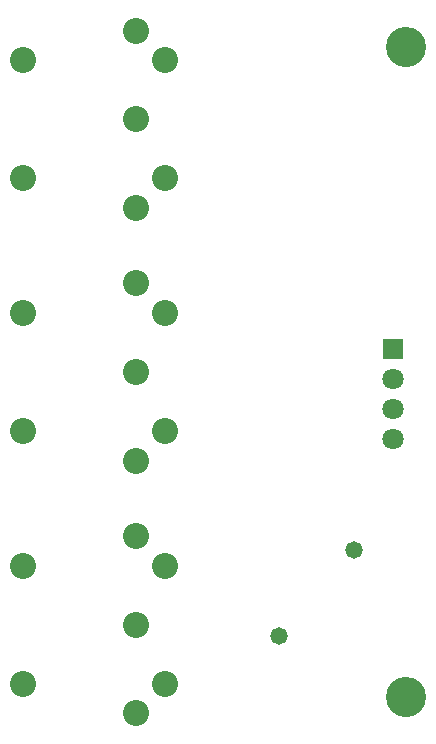
<source format=gbs>
G04*
G04 #@! TF.GenerationSoftware,Altium Limited,Altium Designer,21.4.1 (30)*
G04*
G04 Layer_Color=16711935*
%FSLAX25Y25*%
%MOIN*%
G70*
G04*
G04 #@! TF.SameCoordinates,A48B96B0-5CB6-46A1-959F-C16CD1BF0AD3*
G04*
G04*
G04 #@! TF.FilePolarity,Negative*
G04*
G01*
G75*
%ADD21C,0.13398*%
%ADD22R,0.07099X0.07099*%
%ADD23C,0.07099*%
%ADD24C,0.08674*%
%ADD25C,0.05800*%
D21*
X139764Y234252D02*
D03*
Y17717D02*
D03*
D22*
X135433Y133465D02*
D03*
D23*
Y123465D02*
D03*
Y113465D02*
D03*
Y103465D02*
D03*
D24*
X12205Y229921D02*
D03*
Y190551D02*
D03*
X59449Y229921D02*
D03*
Y190551D02*
D03*
X49606Y239764D02*
D03*
Y210236D02*
D03*
Y180709D02*
D03*
X12205Y145669D02*
D03*
Y106299D02*
D03*
X59449Y145669D02*
D03*
Y106299D02*
D03*
X49606Y155512D02*
D03*
Y125984D02*
D03*
Y96457D02*
D03*
X12211Y61417D02*
D03*
Y22047D02*
D03*
X59455Y61417D02*
D03*
Y22047D02*
D03*
X49613Y71260D02*
D03*
Y41732D02*
D03*
Y12205D02*
D03*
D25*
X122441Y66535D02*
D03*
X97244Y37795D02*
D03*
M02*

</source>
